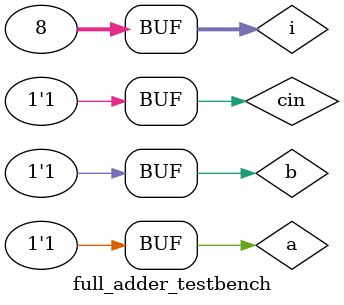
<source format=sv>
`timescale 1ps/1ps
module full_adder(a, b, cin, s, cout);
	input logic a, b, cin;
	output logic s, cout;
	
	// s logic
	xor #50 (s, a, b, cin);
	
	// cout logic
	logic wtop, wmid, wbot;
	and #50 andTop (wtop, a, b);
	and #50 andMid (wmid, a, cin);
	and #50 andBot (wbot, b, cin);
	or #50 andFinal (cout, wtop, wmid, wbot);
	
endmodule

// Testbench for the full_adder unit
module full_adder_testbench();
	logic a, b, cin;
	logic s, cout;
	
	full_adder dut (.*);
	
	integer i;
	initial begin
		for(i = 0; i < 8; i++) begin
			{a, b, cin} = i; #1000;
		end
	end
endmodule
</source>
